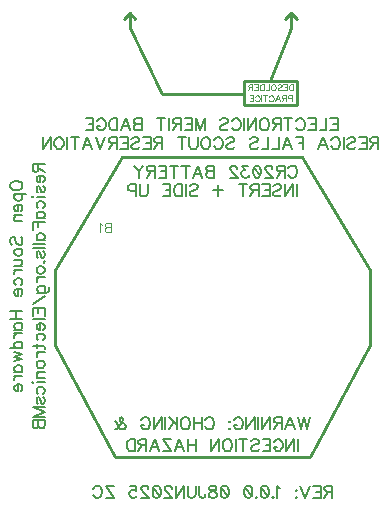
<source format=gbr>
%TF.GenerationSoftware,Novarm,DipTrace,4.3.0.5*%
%TF.CreationDate,2025-06-08T20:07:48-05:00*%
%FSLAX26Y26*%
%MOIN*%
%TF.FileFunction,Legend,Bot*%
%TF.Part,Single*%
%ADD10C,0.009843*%
%ADD44C,0.004632*%
%ADD48C,0.006176*%
%ADD49C,0.003088*%
G75*
G01*
%LPD*%
X1631251Y1931249D2*
D10*
X1856251Y1556249D1*
X1031251Y1931249D2*
X806251Y1556249D1*
X1631251Y1931249D2*
X1031251D1*
X806251Y1306249D2*
X1006251Y931249D1*
X1656251D2*
X1856251Y1306249D1*
Y1556249D2*
Y1306249D1*
X1656251Y931249D2*
X1006251D1*
X806251Y1306249D2*
Y1556249D1*
X1593750Y2362498D2*
X1525001Y2187498D1*
X1437501Y2143749D2*
X1162501D1*
X1056250Y2412499D2*
Y2362498D1*
X1437501Y2187498D2*
X1612501D1*
Y2106249D1*
X1437501D1*
Y2187498D1*
X1593750Y2412499D2*
Y2362498D1*
Y2412499D2*
X1575001Y2393749D1*
X1593750Y2412499D2*
X1612501Y2393749D1*
X1056250Y2412499D2*
X1037501Y2393749D1*
X1056250Y2412499D2*
X1075001Y2393749D1*
X1162501Y2143749D2*
X1056251Y2362498D1*
X1723904Y2061432D2*
D48*
X1748753D1*
Y2021240D1*
X1723904D1*
X1748753Y2042287D2*
X1733454D1*
X1711552Y2061432D2*
Y2021240D1*
X1688604D1*
X1651404Y2061432D2*
X1676253D1*
Y2021240D1*
X1651404D1*
X1676253Y2042287D2*
X1660954D1*
X1610356Y2051882D2*
X1612258Y2055684D1*
X1616105Y2059531D1*
X1619907Y2061432D1*
X1627556D1*
X1631403Y2059531D1*
X1635206Y2055684D1*
X1637151Y2051882D1*
X1639052Y2046134D1*
Y2036539D1*
X1637151Y2030835D1*
X1635206Y2026988D1*
X1631403Y2023186D1*
X1627556Y2021240D1*
X1619907D1*
X1616105Y2023186D1*
X1612258Y2026988D1*
X1610356Y2030835D1*
X1584608Y2061432D2*
Y2021240D1*
X1598005Y2061432D2*
X1571210D1*
X1558859Y2042287D2*
X1541659D1*
X1535911Y2044232D1*
X1533966Y2046134D1*
X1532064Y2049936D1*
Y2053783D1*
X1533966Y2057586D1*
X1535911Y2059531D1*
X1541659Y2061432D1*
X1558859D1*
Y2021240D1*
X1545462Y2042287D2*
X1532064Y2021240D1*
X1508217Y2061432D2*
X1512064Y2059531D1*
X1515866Y2055684D1*
X1517812Y2051882D1*
X1519713Y2046134D1*
Y2036539D1*
X1517812Y2030835D1*
X1515866Y2026988D1*
X1512064Y2023186D1*
X1508217Y2021240D1*
X1500568D1*
X1496765Y2023186D1*
X1492918Y2026988D1*
X1491017Y2030835D1*
X1489116Y2036539D1*
Y2046134D1*
X1491017Y2051882D1*
X1492918Y2055684D1*
X1496765Y2059531D1*
X1500568Y2061432D1*
X1508217D1*
X1449970D2*
Y2021240D1*
X1476764Y2061432D1*
Y2021240D1*
X1437618Y2061432D2*
Y2021240D1*
X1396571Y2051882D2*
X1398472Y2055684D1*
X1402319Y2059531D1*
X1406122Y2061432D1*
X1413771D1*
X1417618Y2059531D1*
X1421420Y2055684D1*
X1423366Y2051882D1*
X1425267Y2046134D1*
Y2036539D1*
X1423366Y2030835D1*
X1421420Y2026988D1*
X1417618Y2023186D1*
X1413771Y2021240D1*
X1406122D1*
X1402319Y2023186D1*
X1398472Y2026988D1*
X1396571Y2030835D1*
X1357425Y2055684D2*
X1361227Y2059531D1*
X1366975Y2061432D1*
X1374625D1*
X1380373Y2059531D1*
X1384220Y2055684D1*
Y2051882D1*
X1382274Y2048035D1*
X1380373Y2046134D1*
X1376570Y2044232D1*
X1365074Y2040386D1*
X1361227Y2038484D1*
X1359326Y2036539D1*
X1357425Y2032736D1*
Y2026988D1*
X1361227Y2023186D1*
X1366975Y2021240D1*
X1374625D1*
X1380373Y2023186D1*
X1384220Y2026988D1*
X1275595Y2021240D2*
Y2061432D1*
X1290894Y2021240D1*
X1306193Y2061432D1*
Y2021240D1*
X1238395Y2061432D2*
X1263244D1*
Y2021240D1*
X1238395D1*
X1263244Y2042287D2*
X1247945D1*
X1226044D2*
X1208844D1*
X1203096Y2044232D1*
X1201150Y2046134D1*
X1199249Y2049936D1*
Y2053783D1*
X1201150Y2057586D1*
X1203096Y2059531D1*
X1208844Y2061432D1*
X1226044D1*
Y2021240D1*
X1212646Y2042287D2*
X1199249Y2021240D1*
X1186897Y2061432D2*
Y2021240D1*
X1161149Y2061432D2*
Y2021240D1*
X1174546Y2061432D2*
X1147751D1*
X1096519D2*
Y2021240D1*
X1079275D1*
X1073527Y2023186D1*
X1071626Y2025087D1*
X1069725Y2028890D1*
Y2034638D1*
X1071626Y2038484D1*
X1073527Y2040386D1*
X1079275Y2042287D1*
X1073527Y2044232D1*
X1071626Y2046134D1*
X1069725Y2049936D1*
Y2053783D1*
X1071626Y2057586D1*
X1073527Y2059531D1*
X1079275Y2061432D1*
X1096519D1*
Y2042287D2*
X1079275D1*
X1026732Y2021240D2*
X1042075Y2061432D1*
X1057373Y2021240D1*
X1051625Y2034638D2*
X1032480D1*
X1014380Y2061432D2*
Y2021240D1*
X1000983D1*
X995235Y2023186D1*
X991388Y2026988D1*
X989487Y2030835D1*
X987586Y2036539D1*
Y2046134D1*
X989487Y2051882D1*
X991388Y2055684D1*
X995235Y2059531D1*
X1000983Y2061432D1*
X1014380D1*
X946538Y2051882D2*
X948440Y2055684D1*
X952286Y2059531D1*
X956089Y2061432D1*
X963738D1*
X967585Y2059531D1*
X971387Y2055684D1*
X973333Y2051882D1*
X975234Y2046134D1*
Y2036539D1*
X973333Y2030835D1*
X971387Y2026988D1*
X967585Y2023186D1*
X963738Y2021240D1*
X956089D1*
X952286Y2023186D1*
X948440Y2026988D1*
X946538Y2030835D1*
Y2036539D1*
X956089D1*
X909338Y2061432D2*
X934187D1*
Y2021240D1*
X909338D1*
X934187Y2042287D2*
X918888D1*
X1884553Y1979787D2*
X1867353D1*
X1861605Y1981732D1*
X1859660Y1983634D1*
X1857758Y1987436D1*
Y1991283D1*
X1859660Y1995086D1*
X1861605Y1997031D1*
X1867353Y1998932D1*
X1884553D1*
Y1958740D1*
X1871156Y1979787D2*
X1857758Y1958740D1*
X1820558Y1998932D2*
X1845407D1*
Y1958740D1*
X1820558D1*
X1845407Y1979787D2*
X1830108D1*
X1781412Y1993184D2*
X1785214Y1997031D1*
X1790962Y1998932D1*
X1798612D1*
X1804360Y1997031D1*
X1808206Y1993184D1*
Y1989382D1*
X1806261Y1985535D1*
X1804360Y1983634D1*
X1800557Y1981732D1*
X1789061Y1977886D1*
X1785214Y1975984D1*
X1783313Y1974039D1*
X1781412Y1970236D1*
Y1964488D1*
X1785214Y1960686D1*
X1790962Y1958740D1*
X1798612D1*
X1804360Y1960686D1*
X1808206Y1964488D1*
X1769060Y1998932D2*
Y1958740D1*
X1728013Y1989382D2*
X1729914Y1993184D1*
X1733761Y1997031D1*
X1737563Y1998932D1*
X1745213D1*
X1749060Y1997031D1*
X1752862Y1993184D1*
X1754808Y1989382D1*
X1756709Y1983634D1*
Y1974039D1*
X1754808Y1968335D1*
X1752862Y1964488D1*
X1749060Y1960686D1*
X1745213Y1958740D1*
X1737563D1*
X1733761Y1960686D1*
X1729914Y1964488D1*
X1728013Y1968335D1*
X1685020Y1958740D2*
X1700363Y1998932D1*
X1715662Y1958740D1*
X1709913Y1972138D2*
X1690768D1*
X1608895Y1998932D2*
X1633788D1*
Y1958740D1*
Y1979787D2*
X1618489D1*
X1565902Y1958740D2*
X1581245Y1998932D1*
X1596543Y1958740D1*
X1590795Y1972138D2*
X1571650D1*
X1553550Y1998932D2*
Y1958740D1*
X1530602D1*
X1518251Y1998932D2*
Y1958740D1*
X1495303D1*
X1456157Y1993184D2*
X1459960Y1997031D1*
X1465708Y1998932D1*
X1473357D1*
X1479105Y1997031D1*
X1482952Y1993184D1*
Y1989382D1*
X1481006Y1985535D1*
X1479105Y1983634D1*
X1475302Y1981732D1*
X1463806Y1977886D1*
X1459960Y1975984D1*
X1458058Y1974039D1*
X1456157Y1970236D1*
Y1964488D1*
X1459960Y1960686D1*
X1465708Y1958740D1*
X1473357D1*
X1479105Y1960686D1*
X1482952Y1964488D1*
X1378130Y1993184D2*
X1381933Y1997031D1*
X1387681Y1998932D1*
X1395330D1*
X1401078Y1997031D1*
X1404925Y1993184D1*
Y1989382D1*
X1402979Y1985535D1*
X1401078Y1983634D1*
X1397276Y1981732D1*
X1385779Y1977886D1*
X1381933Y1975984D1*
X1380031Y1974039D1*
X1378130Y1970236D1*
Y1964488D1*
X1381933Y1960686D1*
X1387681Y1958740D1*
X1395330D1*
X1401078Y1960686D1*
X1404925Y1964488D1*
X1337083Y1989382D2*
X1338984Y1993184D1*
X1342831Y1997031D1*
X1346633Y1998932D1*
X1354283D1*
X1358129Y1997031D1*
X1361932Y1993184D1*
X1363878Y1989382D1*
X1365779Y1983634D1*
Y1974039D1*
X1363878Y1968335D1*
X1361932Y1964488D1*
X1358129Y1960686D1*
X1354283Y1958740D1*
X1346633D1*
X1342831Y1960686D1*
X1338984Y1964488D1*
X1337083Y1968335D1*
X1313235Y1998932D2*
X1317082Y1997031D1*
X1320885Y1993184D1*
X1322830Y1989382D1*
X1324731Y1983634D1*
Y1974039D1*
X1322830Y1968335D1*
X1320885Y1964488D1*
X1317082Y1960686D1*
X1313235Y1958740D1*
X1305586D1*
X1301784Y1960686D1*
X1297937Y1964488D1*
X1296035Y1968335D1*
X1294134Y1974039D1*
Y1983634D1*
X1296035Y1989382D1*
X1297937Y1993184D1*
X1301784Y1997031D1*
X1305586Y1998932D1*
X1313235D1*
X1281783D2*
Y1970236D1*
X1279882Y1964488D1*
X1276035Y1960686D1*
X1270287Y1958740D1*
X1266484D1*
X1260736Y1960686D1*
X1256889Y1964488D1*
X1254988Y1970236D1*
Y1998932D1*
X1229239D2*
Y1958740D1*
X1242637Y1998932D2*
X1215842D1*
X1164610Y1979787D2*
X1147410D1*
X1141662Y1981732D1*
X1139717Y1983634D1*
X1137815Y1987436D1*
Y1991283D1*
X1139717Y1995086D1*
X1141662Y1997031D1*
X1147410Y1998932D1*
X1164610D1*
Y1958740D1*
X1151213Y1979787D2*
X1137815Y1958740D1*
X1100615Y1998932D2*
X1125464D1*
Y1958740D1*
X1100615D1*
X1125464Y1979787D2*
X1110165D1*
X1061469Y1993184D2*
X1065271Y1997031D1*
X1071019Y1998932D1*
X1078668D1*
X1084417Y1997031D1*
X1088263Y1993184D1*
Y1989382D1*
X1086318Y1985535D1*
X1084417Y1983634D1*
X1080614Y1981732D1*
X1069118Y1977886D1*
X1065271Y1975984D1*
X1063370Y1974039D1*
X1061469Y1970236D1*
Y1964488D1*
X1065271Y1960686D1*
X1071019Y1958740D1*
X1078668D1*
X1084417Y1960686D1*
X1088263Y1964488D1*
X1024268Y1998932D2*
X1049117D1*
Y1958740D1*
X1024268D1*
X1049117Y1979787D2*
X1033819D1*
X1011917D2*
X994717D1*
X988969Y1981732D1*
X987023Y1983634D1*
X985122Y1987436D1*
Y1991283D1*
X987023Y1995086D1*
X988969Y1997031D1*
X994717Y1998932D1*
X1011917D1*
Y1958740D1*
X998519Y1979787D2*
X985122Y1958740D1*
X972771Y1998932D2*
X957472Y1958740D1*
X942173Y1998932D1*
X899181Y1958740D2*
X914523Y1998932D1*
X929822Y1958740D1*
X924074Y1972138D2*
X904929D1*
X873432Y1998932D2*
Y1958740D1*
X886829Y1998932D2*
X860034D1*
X847683D2*
Y1958740D1*
X823836Y1998932D2*
X827682Y1997031D1*
X831485Y1993184D1*
X833430Y1989382D1*
X835332Y1983634D1*
Y1974039D1*
X833430Y1968335D1*
X831485Y1964488D1*
X827682Y1960686D1*
X823836Y1958740D1*
X816186D1*
X812384Y1960686D1*
X808537Y1964488D1*
X806636Y1968335D1*
X804734Y1974039D1*
Y1983634D1*
X806636Y1989382D1*
X808537Y1993184D1*
X812384Y1997031D1*
X816186Y1998932D1*
X823836D1*
X765588D2*
Y1958740D1*
X792383Y1998932D1*
Y1958740D1*
X1731572Y817285D2*
X1714372D1*
X1708624Y819230D1*
X1706678Y821132D1*
X1704777Y824934D1*
Y828781D1*
X1706678Y832584D1*
X1708624Y834529D1*
X1714372Y836430D1*
X1731572D1*
Y796238D1*
X1718175Y817285D2*
X1704777Y796238D1*
X1667577Y836430D2*
X1692426D1*
Y796238D1*
X1667577D1*
X1692426Y817285D2*
X1677127D1*
X1655225Y836430D2*
X1639927Y796238D1*
X1624628Y836430D1*
X1610331Y823033D2*
X1612277Y821087D1*
X1610331Y819186D1*
X1608430Y821087D1*
X1610331Y823033D1*
Y800085D2*
X1612277Y798140D1*
X1610331Y796238D1*
X1608430Y798140D1*
X1610331Y800085D1*
X1557198Y828737D2*
X1553351Y830682D1*
X1547603Y836386D1*
Y796238D1*
X1533350Y800085D2*
X1535251Y798140D1*
X1533350Y796238D1*
X1531405Y798140D1*
X1533350Y800085D1*
X1507557Y836386D2*
X1513305Y834485D1*
X1517152Y828737D1*
X1519053Y819186D1*
Y813438D1*
X1517152Y803888D1*
X1513305Y798140D1*
X1507557Y796238D1*
X1503755D1*
X1498007Y798140D1*
X1494204Y803888D1*
X1492259Y813438D1*
Y819186D1*
X1494204Y828737D1*
X1498007Y834485D1*
X1503755Y836386D1*
X1507557D1*
X1494204Y828737D2*
X1517152Y803888D1*
X1478006Y800085D2*
X1479907Y798140D1*
X1478006Y796238D1*
X1476060Y798140D1*
X1478006Y800085D1*
X1452213Y836386D2*
X1457961Y834485D1*
X1461808Y828737D1*
X1463709Y819186D1*
Y813438D1*
X1461808Y803888D1*
X1457961Y798140D1*
X1452213Y796238D1*
X1448410D1*
X1442662Y798140D1*
X1438860Y803888D1*
X1436914Y813438D1*
Y819186D1*
X1438860Y828737D1*
X1442662Y834485D1*
X1448410Y836386D1*
X1452213D1*
X1438860Y828737D2*
X1461808Y803888D1*
X1374186Y836386D2*
X1379934Y834485D1*
X1383781Y828737D1*
X1385682Y819186D1*
Y813438D1*
X1383781Y803888D1*
X1379934Y798140D1*
X1374186Y796238D1*
X1370384D1*
X1364636Y798140D1*
X1360833Y803888D1*
X1358888Y813438D1*
Y819186D1*
X1360833Y828737D1*
X1364636Y834485D1*
X1370384Y836386D1*
X1374186D1*
X1360833Y828737D2*
X1383781Y803888D1*
X1336986Y836386D2*
X1342689Y834485D1*
X1344635Y830682D1*
Y826836D1*
X1342689Y823033D1*
X1338887Y821087D1*
X1331238Y819186D1*
X1325490Y817285D1*
X1321687Y813438D1*
X1319786Y809636D1*
Y803888D1*
X1321687Y800085D1*
X1323588Y798140D1*
X1329336Y796238D1*
X1336986D1*
X1342689Y798140D1*
X1344635Y800085D1*
X1346536Y803888D1*
Y809636D1*
X1344635Y813438D1*
X1340788Y817285D1*
X1335084Y819186D1*
X1327435Y821087D1*
X1323588Y823033D1*
X1321687Y826836D1*
Y830682D1*
X1323588Y834485D1*
X1329336Y836386D1*
X1336986D1*
X1288289Y836430D2*
Y805833D1*
X1290190Y800085D1*
X1292136Y798184D1*
X1295938Y796238D1*
X1299785D1*
X1303588Y798184D1*
X1305489Y800085D1*
X1307434Y805833D1*
Y809636D1*
X1275938Y836430D2*
Y807734D1*
X1274036Y801986D1*
X1270190Y798184D1*
X1264441Y796238D1*
X1260639D1*
X1254891Y798184D1*
X1251044Y801986D1*
X1249143Y807734D1*
Y836430D1*
X1209997D2*
Y796238D1*
X1236791Y836430D1*
Y796238D1*
X1195700Y826836D2*
Y828737D1*
X1193799Y832584D1*
X1191897Y834485D1*
X1188051Y836386D1*
X1180401D1*
X1176599Y834485D1*
X1174698Y832584D1*
X1172752Y828737D1*
Y824934D1*
X1174698Y821087D1*
X1178500Y815384D1*
X1197645Y796238D1*
X1170851D1*
X1147003Y836386D2*
X1152751Y834485D1*
X1156598Y828737D1*
X1158499Y819186D1*
Y813438D1*
X1156598Y803888D1*
X1152751Y798140D1*
X1147003Y796238D1*
X1143201D1*
X1137453Y798140D1*
X1133650Y803888D1*
X1131705Y813438D1*
Y819186D1*
X1133650Y828737D1*
X1137453Y834485D1*
X1143201Y836386D1*
X1147003D1*
X1133650Y828737D2*
X1156598Y803888D1*
X1117408Y826836D2*
Y828737D1*
X1115507Y832584D1*
X1113605Y834485D1*
X1109758Y836386D1*
X1102109D1*
X1098307Y834485D1*
X1096405Y832584D1*
X1094460Y828737D1*
Y824934D1*
X1096405Y821087D1*
X1100208Y815384D1*
X1119353Y796238D1*
X1092559D1*
X1057259Y836386D2*
X1076360D1*
X1078262Y819186D1*
X1076360Y821087D1*
X1070612Y823033D1*
X1064909D1*
X1059161Y821087D1*
X1055314Y817285D1*
X1053413Y811537D1*
Y807734D1*
X1055314Y801986D1*
X1059161Y798140D1*
X1064909Y796238D1*
X1070612D1*
X1076360Y798140D1*
X1078262Y800085D1*
X1080207Y803888D1*
X1002180Y836430D2*
X975386D1*
X1002180Y796238D1*
X975386D1*
X934338Y826880D2*
X936240Y830682D1*
X940086Y834529D1*
X943889Y836430D1*
X951538D1*
X955385Y834529D1*
X959188Y830682D1*
X961133Y826880D1*
X963034Y821132D1*
Y811537D1*
X961133Y805833D1*
X959188Y801986D1*
X955385Y798184D1*
X951538Y796238D1*
X943889D1*
X940086Y798184D1*
X936240Y801986D1*
X934338Y805833D1*
X1599985Y2174468D2*
D49*
Y2154372D1*
X1593287D1*
X1590413Y2155344D1*
X1588489Y2157246D1*
X1587539Y2159169D1*
X1586588Y2162021D1*
Y2166818D1*
X1587539Y2169692D1*
X1588489Y2171594D1*
X1590413Y2173517D1*
X1593287Y2174468D1*
X1599985D1*
X1567988D2*
X1580412D1*
Y2154372D1*
X1567988D1*
X1580412Y2164895D2*
X1572763D1*
X1548415Y2171594D2*
X1550316Y2173517D1*
X1553190Y2174468D1*
X1557015D1*
X1559889Y2173517D1*
X1561812Y2171594D1*
Y2169692D1*
X1560839Y2167769D1*
X1559889Y2166818D1*
X1557987Y2165868D1*
X1552239Y2163944D1*
X1550316Y2162994D1*
X1549365Y2162021D1*
X1548415Y2160120D1*
Y2157246D1*
X1550316Y2155344D1*
X1553190Y2154372D1*
X1557015D1*
X1559889Y2155344D1*
X1561812Y2157246D1*
X1536491Y2174468D2*
X1538414Y2173517D1*
X1540316Y2171594D1*
X1541288Y2169692D1*
X1542239Y2166818D1*
Y2162021D1*
X1541288Y2159169D1*
X1540316Y2157246D1*
X1538414Y2155344D1*
X1536491Y2154372D1*
X1532666D1*
X1530765Y2155344D1*
X1528842Y2157246D1*
X1527891Y2159169D1*
X1526940Y2162021D1*
Y2166818D1*
X1527891Y2169692D1*
X1528842Y2171594D1*
X1530765Y2173517D1*
X1532666Y2174468D1*
X1536491D1*
X1520765D2*
Y2154372D1*
X1509291D1*
X1503115Y2174468D2*
Y2154372D1*
X1496416D1*
X1493542Y2155344D1*
X1491619Y2157246D1*
X1490668Y2159169D1*
X1489718Y2162021D1*
Y2166818D1*
X1490668Y2169692D1*
X1491619Y2171594D1*
X1493542Y2173517D1*
X1496416Y2174468D1*
X1503115D1*
X1471117D2*
X1483542D1*
Y2154372D1*
X1471117D1*
X1483542Y2164895D2*
X1475893D1*
X1464942D2*
X1456342D1*
X1453468Y2165868D1*
X1452495Y2166818D1*
X1451544Y2168720D1*
Y2170643D1*
X1452495Y2172544D1*
X1453468Y2173517D1*
X1456342Y2174468D1*
X1464942D1*
Y2154372D1*
X1458243Y2164895D2*
X1451544Y2154372D1*
X1595697Y2127532D2*
X1587074D1*
X1584223Y2128483D1*
X1583250Y2129455D1*
X1582299Y2131357D1*
Y2134231D1*
X1583250Y2136132D1*
X1584223Y2137105D1*
X1587074Y2138055D1*
X1595697D1*
Y2117959D1*
X1576123Y2128483D2*
X1567524D1*
X1564650Y2129455D1*
X1563677Y2130406D1*
X1562726Y2132307D1*
Y2134231D1*
X1563677Y2136132D1*
X1564650Y2137105D1*
X1567524Y2138055D1*
X1576123D1*
Y2117959D1*
X1569425Y2128483D2*
X1562726Y2117959D1*
X1541230D2*
X1548901Y2138055D1*
X1556550Y2117959D1*
X1553676Y2124658D2*
X1544104D1*
X1520706Y2133280D2*
X1521657Y2135181D1*
X1523580Y2137105D1*
X1525481Y2138055D1*
X1529306D1*
X1531229Y2137105D1*
X1533131Y2135181D1*
X1534103Y2133280D1*
X1535054Y2130406D1*
Y2125609D1*
X1534103Y2122757D1*
X1533131Y2120833D1*
X1531229Y2118932D1*
X1529306Y2117959D1*
X1525481D1*
X1523580Y2118932D1*
X1521657Y2120833D1*
X1520706Y2122757D1*
X1507832Y2138055D2*
Y2117959D1*
X1514530Y2138055D2*
X1501133D1*
X1494957D2*
Y2117959D1*
X1474434Y2133280D2*
X1475384Y2135181D1*
X1477308Y2137105D1*
X1479209Y2138055D1*
X1483034D1*
X1484957Y2137105D1*
X1486858Y2135181D1*
X1487831Y2133280D1*
X1488782Y2130406D1*
Y2125609D1*
X1487831Y2122757D1*
X1486858Y2120833D1*
X1484957Y2118932D1*
X1483034Y2117959D1*
X1479209D1*
X1477308Y2118932D1*
X1475384Y2120833D1*
X1474434Y2122757D1*
X1455833Y2138055D2*
X1468258D1*
Y2117959D1*
X1455833D1*
X1468258Y2128483D2*
X1460609D1*
X751464Y1909862D2*
D48*
Y1892663D1*
X749518Y1886915D1*
X747617Y1884969D1*
X743814Y1883068D1*
X739967D1*
X736165Y1884969D1*
X734219Y1886915D1*
X732318Y1892663D1*
Y1909862D1*
X772510D1*
X751464Y1896465D2*
X772510Y1883068D1*
X757212Y1870716D2*
Y1847769D1*
X753365D1*
X749518Y1849670D1*
X747617Y1851571D1*
X745715Y1855418D1*
Y1861166D1*
X747617Y1864968D1*
X751464Y1868815D1*
X757212Y1870716D1*
X761014D1*
X766762Y1868815D1*
X770565Y1864968D1*
X772510Y1861166D1*
Y1855418D1*
X770565Y1851571D1*
X766762Y1847769D1*
X751464Y1814370D2*
X747617Y1816272D1*
X745715Y1822020D1*
Y1827768D1*
X747617Y1833516D1*
X751464Y1835417D1*
X755266Y1833516D1*
X757212Y1829669D1*
X759113Y1820119D1*
X761014Y1816272D1*
X764861Y1814370D1*
X766762D1*
X770565Y1816272D1*
X772510Y1822020D1*
Y1827768D1*
X770565Y1833516D1*
X766762Y1835417D1*
X732318Y1802019D2*
X734219Y1800118D1*
X732318Y1798172D1*
X730373Y1800118D1*
X732318Y1802019D1*
X745715Y1800118D2*
X772510D1*
X751464Y1762829D2*
X747617Y1766676D1*
X745715Y1770522D1*
Y1776226D1*
X747617Y1780073D1*
X751464Y1783875D1*
X757212Y1785821D1*
X761014D1*
X766762Y1783875D1*
X770565Y1780073D1*
X772510Y1776226D1*
Y1770522D1*
X770565Y1766676D1*
X766762Y1762829D1*
X745715Y1727529D2*
X772510D1*
X751464D2*
X747617Y1731332D1*
X745715Y1735179D1*
Y1740883D1*
X747617Y1744729D1*
X751464Y1748532D1*
X757212Y1750477D1*
X761014D1*
X766762Y1748532D1*
X770565Y1744729D1*
X772510Y1740883D1*
Y1735179D1*
X770565Y1731332D1*
X766762Y1727529D1*
X732318Y1690285D2*
Y1715178D1*
X772510D1*
X751464D2*
Y1699879D1*
X745715Y1654985D2*
X772510D1*
X751464D2*
X747617Y1658788D1*
X745715Y1662635D1*
Y1668339D1*
X747617Y1672185D1*
X751464Y1675988D1*
X757212Y1677933D1*
X761014D1*
X766762Y1675988D1*
X770565Y1672185D1*
X772510Y1668339D1*
Y1662635D1*
X770565Y1658788D1*
X766762Y1654985D1*
X732318Y1642634D2*
X772510D1*
X732318Y1630283D2*
X772510D1*
X751464Y1596885D2*
X747617Y1598786D1*
X745715Y1604534D1*
Y1610282D1*
X747617Y1616030D1*
X751464Y1617931D1*
X755266Y1616030D1*
X757212Y1612183D1*
X759113Y1602633D1*
X761014Y1598786D1*
X764861Y1596885D1*
X766762D1*
X770565Y1598786D1*
X772510Y1604534D1*
Y1610282D1*
X770565Y1616030D1*
X766762Y1617931D1*
X768663Y1582632D2*
X770609Y1584533D1*
X772510Y1582632D1*
X770609Y1580686D1*
X768663Y1582632D1*
X745715Y1558784D2*
X747617Y1562587D1*
X751464Y1566434D1*
X757212Y1568335D1*
X761014D1*
X766762Y1566434D1*
X770565Y1562587D1*
X772510Y1558784D1*
Y1553036D1*
X770565Y1549190D1*
X766762Y1545387D1*
X761014Y1543442D1*
X757212D1*
X751464Y1545387D1*
X747617Y1549190D1*
X745715Y1553036D1*
Y1558784D1*
Y1531090D2*
X772510D1*
X757212D2*
X751464Y1529145D1*
X747617Y1525342D1*
X745715Y1521495D1*
Y1515747D1*
X747617Y1480448D2*
X778258D1*
X783962Y1482349D1*
X785907Y1484251D1*
X787809Y1488097D1*
Y1493845D1*
X785907Y1497648D1*
X753365Y1480448D2*
X749562Y1484251D1*
X747617Y1488097D1*
Y1493845D1*
X749562Y1497648D1*
X753365Y1501495D1*
X759113Y1503396D1*
X762960D1*
X768663Y1501495D1*
X772510Y1497648D1*
X774411Y1493845D1*
Y1488097D1*
X772510Y1484251D1*
X768663Y1480448D1*
X772510Y1468097D2*
X732362Y1441302D1*
X732318Y1404101D2*
Y1428951D1*
X772510D1*
Y1404101D1*
X751464Y1428951D2*
Y1413652D1*
X732318Y1391750D2*
X772510D1*
X757212Y1379399D2*
Y1356451D1*
X753365D1*
X749518Y1358352D1*
X747617Y1360253D1*
X745715Y1364100D1*
Y1369848D1*
X747617Y1373651D1*
X751464Y1377497D1*
X757212Y1379399D1*
X761014D1*
X766762Y1377497D1*
X770565Y1373651D1*
X772510Y1369848D1*
Y1364100D1*
X770565Y1360253D1*
X766762Y1356451D1*
X751464Y1321107D2*
X747617Y1324954D1*
X745715Y1328801D1*
Y1334505D1*
X747617Y1338351D1*
X751464Y1342154D1*
X757212Y1344099D1*
X761014D1*
X766762Y1342154D1*
X770565Y1338351D1*
X772510Y1334505D1*
Y1328801D1*
X770565Y1324954D1*
X766762Y1321107D1*
X732318Y1303008D2*
X764861D1*
X770565Y1301106D1*
X772510Y1297260D1*
Y1293457D1*
X745715Y1308756D2*
Y1295358D1*
Y1281106D2*
X772510D1*
X757212D2*
X751464Y1279160D1*
X747617Y1275358D1*
X745715Y1271511D1*
Y1265763D1*
Y1243861D2*
X747617Y1247664D1*
X751464Y1251510D1*
X757212Y1253412D1*
X761014D1*
X766762Y1251510D1*
X770565Y1247664D1*
X772510Y1243861D1*
Y1238113D1*
X770565Y1234266D1*
X766762Y1230464D1*
X761014Y1228518D1*
X757212D1*
X751464Y1230464D1*
X747617Y1234266D1*
X745715Y1238113D1*
Y1243861D1*
Y1216167D2*
X772510D1*
X753365D2*
X747617Y1210419D1*
X745715Y1206572D1*
Y1200868D1*
X747617Y1197021D1*
X753365Y1195120D1*
X772510D1*
X732318Y1182769D2*
X734219Y1180867D1*
X732318Y1178922D1*
X730373Y1180867D1*
X732318Y1182769D1*
X745715Y1180867D2*
X772510D1*
X751464Y1143578D2*
X747617Y1147425D1*
X745715Y1151272D1*
Y1156976D1*
X747617Y1160823D1*
X751464Y1164625D1*
X757212Y1166571D1*
X761014D1*
X766762Y1164625D1*
X770565Y1160823D1*
X772510Y1156976D1*
Y1151272D1*
X770565Y1147425D1*
X766762Y1143578D1*
X751464Y1110180D2*
X747617Y1112082D1*
X745715Y1117830D1*
Y1123578D1*
X747617Y1129326D1*
X751464Y1131227D1*
X755266Y1129326D1*
X757212Y1125479D1*
X759113Y1115928D1*
X761014Y1112082D1*
X764861Y1110180D1*
X766762D1*
X770565Y1112082D1*
X772510Y1117830D1*
Y1123578D1*
X770565Y1129326D1*
X766762Y1131227D1*
X772510Y1067232D2*
X732318D1*
X772510Y1082530D1*
X732318Y1097829D1*
X772510D1*
X732318Y1054880D2*
X772510D1*
Y1037636D1*
X770565Y1031888D1*
X768663Y1029987D1*
X764861Y1028086D1*
X759113D1*
X755266Y1029987D1*
X753365Y1031888D1*
X751464Y1037636D1*
X749518Y1031888D1*
X747617Y1029987D1*
X743814Y1028086D1*
X739967D1*
X736165Y1029987D1*
X734219Y1031888D1*
X732318Y1037636D1*
Y1054880D1*
X751464D2*
Y1037636D1*
X657318Y1840796D2*
X659219Y1844642D1*
X663066Y1848445D1*
X666869Y1850390D1*
X672617Y1852292D1*
X682212D1*
X687915Y1850390D1*
X691762Y1848445D1*
X695565Y1844642D1*
X697510Y1840796D1*
Y1833146D1*
X695565Y1829344D1*
X691762Y1825497D1*
X687915Y1823596D1*
X682212Y1821694D1*
X672617D1*
X666869Y1823596D1*
X663066Y1825497D1*
X659219Y1829344D1*
X657318Y1833146D1*
Y1840796D1*
X670715Y1809343D2*
X710907D1*
X676464D2*
X672661Y1805496D1*
X670715Y1801694D1*
Y1795946D1*
X672661Y1792099D1*
X676464Y1788296D1*
X682212Y1786351D1*
X686058D1*
X691762Y1788296D1*
X695609Y1792099D1*
X697510Y1795946D1*
Y1801694D1*
X695609Y1805496D1*
X691762Y1809343D1*
X682212Y1774000D2*
Y1751052D1*
X678365D1*
X674518Y1752953D1*
X672617Y1754854D1*
X670715Y1758701D1*
Y1764449D1*
X672617Y1768252D1*
X676464Y1772098D1*
X682212Y1774000D1*
X686014D1*
X691762Y1772098D1*
X695565Y1768252D1*
X697510Y1764449D1*
Y1758701D1*
X695565Y1754854D1*
X691762Y1751052D1*
X670715Y1738700D2*
X697510D1*
X678365D2*
X672617Y1732952D1*
X670715Y1729105D1*
Y1723402D1*
X672617Y1719555D1*
X678365Y1717654D1*
X697510D1*
X663066Y1639627D2*
X659219Y1643429D1*
X657318Y1649177D1*
Y1656827D1*
X659219Y1662575D1*
X663066Y1666421D1*
X666869D1*
X670715Y1664476D1*
X672617Y1662575D1*
X674518Y1658772D1*
X678365Y1647276D1*
X680266Y1643429D1*
X682212Y1641528D1*
X686014Y1639627D1*
X691762D1*
X695565Y1643429D1*
X697510Y1649177D1*
Y1656827D1*
X695565Y1662575D1*
X691762Y1666421D1*
X670715Y1617725D2*
X672617Y1621527D1*
X676464Y1625374D1*
X682212Y1627275D1*
X686014D1*
X691762Y1625374D1*
X695565Y1621527D1*
X697510Y1617725D1*
Y1611977D1*
X695565Y1608130D1*
X691762Y1604327D1*
X686014Y1602382D1*
X682212D1*
X676464Y1604327D1*
X672617Y1608130D1*
X670715Y1611977D1*
Y1617725D1*
Y1590031D2*
X689861D1*
X695565Y1588129D1*
X697510Y1584283D1*
Y1578534D1*
X695565Y1574732D1*
X689861Y1568984D1*
X670715D2*
X697510D1*
X670715Y1556633D2*
X697510D1*
X682212D2*
X676464Y1554687D1*
X672617Y1550884D1*
X670715Y1547038D1*
Y1541290D1*
X676464Y1505946D2*
X672617Y1509793D1*
X670715Y1513640D1*
Y1519344D1*
X672617Y1523190D1*
X676464Y1526993D1*
X682212Y1528938D1*
X686014D1*
X691762Y1526993D1*
X695565Y1523190D1*
X697510Y1519344D1*
Y1513640D1*
X695565Y1509793D1*
X691762Y1505946D1*
X682212Y1493595D2*
Y1470647D1*
X678365D1*
X674518Y1472548D1*
X672617Y1474449D1*
X670715Y1478296D1*
Y1484044D1*
X672617Y1487847D1*
X676464Y1491694D1*
X682212Y1493595D1*
X686014D1*
X691762Y1491694D1*
X695565Y1487847D1*
X697510Y1484044D1*
Y1478296D1*
X695565Y1474449D1*
X691762Y1470647D1*
X657318Y1419415D2*
X697510D1*
X657318Y1392620D2*
X697510D1*
X676464Y1419415D2*
Y1392620D1*
X670715Y1357321D2*
X697510D1*
X676464D2*
X672617Y1361123D1*
X670715Y1364970D1*
Y1370674D1*
X672617Y1374521D1*
X676464Y1378323D1*
X682212Y1380269D1*
X686014D1*
X691762Y1378323D1*
X695565Y1374521D1*
X697510Y1370674D1*
Y1364970D1*
X695565Y1361123D1*
X691762Y1357321D1*
X670715Y1344969D2*
X697510D1*
X682212D2*
X676464Y1343024D1*
X672617Y1339221D1*
X670715Y1335375D1*
Y1329627D1*
X657318Y1294327D2*
X697510D1*
X676464D2*
X672617Y1298130D1*
X670715Y1301976D1*
Y1307725D1*
X672617Y1311527D1*
X676464Y1315374D1*
X682212Y1317275D1*
X686014D1*
X691762Y1315374D1*
X695565Y1311527D1*
X697510Y1307725D1*
Y1301976D1*
X695565Y1298130D1*
X691762Y1294327D1*
X670715Y1281976D2*
X697510Y1274326D1*
X670715Y1266677D1*
X697510Y1259028D1*
X670715Y1251379D1*
Y1216079D2*
X697510D1*
X676464D2*
X672617Y1219882D1*
X670715Y1223729D1*
Y1229432D1*
X672617Y1233279D1*
X676464Y1237082D1*
X682212Y1239027D1*
X686014D1*
X691762Y1237082D1*
X695565Y1233279D1*
X697510Y1229432D1*
Y1223729D1*
X695565Y1219882D1*
X691762Y1216079D1*
X670715Y1203728D2*
X697510D1*
X682212D2*
X676464Y1201782D1*
X672617Y1197980D1*
X670715Y1194133D1*
Y1188385D1*
X682212Y1176034D2*
Y1153086D1*
X678365D1*
X674518Y1154987D1*
X672617Y1156888D1*
X670715Y1160735D1*
Y1166483D1*
X672617Y1170286D1*
X676464Y1174132D1*
X682212Y1176034D1*
X686014D1*
X691762Y1174132D1*
X695565Y1170286D1*
X697510Y1166483D1*
Y1160735D1*
X695565Y1156888D1*
X691762Y1153086D1*
X1612931Y1841254D2*
Y1801062D1*
X1573785Y1841254D2*
Y1801062D1*
X1600579Y1841254D1*
Y1801062D1*
X1534638Y1835506D2*
X1538441Y1839353D1*
X1544189Y1841254D1*
X1551838D1*
X1557586Y1839353D1*
X1561433Y1835506D1*
Y1831704D1*
X1559488Y1827857D1*
X1557586Y1825956D1*
X1553784Y1824054D1*
X1542288Y1820208D1*
X1538441Y1818306D1*
X1536540Y1816361D1*
X1534638Y1812558D1*
Y1806810D1*
X1538441Y1803008D1*
X1544189Y1801062D1*
X1551838D1*
X1557586Y1803008D1*
X1561433Y1806810D1*
X1497438Y1841254D2*
X1522287D1*
Y1801062D1*
X1497438D1*
X1522287Y1822109D2*
X1506988D1*
X1485086D2*
X1467887D1*
X1462139Y1824054D1*
X1460193Y1825956D1*
X1458292Y1829758D1*
Y1833605D1*
X1460193Y1837408D1*
X1462139Y1839353D1*
X1467887Y1841254D1*
X1485086D1*
Y1801062D1*
X1471689Y1822109D2*
X1458292Y1801062D1*
X1432543Y1841254D2*
Y1801062D1*
X1445940Y1841254D2*
X1419146D1*
X1350714Y1838358D2*
Y1803914D1*
X1367914Y1821114D2*
X1333470D1*
X1255443Y1835506D2*
X1259245Y1839353D1*
X1264993Y1841254D1*
X1272643D1*
X1278391Y1839353D1*
X1282237Y1835506D1*
Y1831704D1*
X1280292Y1827857D1*
X1278391Y1825956D1*
X1274588Y1824054D1*
X1263092Y1820208D1*
X1259245Y1818306D1*
X1257344Y1816361D1*
X1255443Y1812558D1*
Y1806810D1*
X1259245Y1803008D1*
X1264993Y1801062D1*
X1272643D1*
X1278391Y1803008D1*
X1282237Y1806810D1*
X1243091Y1841254D2*
Y1801062D1*
X1230740Y1841254D2*
Y1801062D1*
X1217343D1*
X1211595Y1803008D1*
X1207748Y1806810D1*
X1205847Y1810657D1*
X1203945Y1816361D1*
Y1825956D1*
X1205847Y1831704D1*
X1207748Y1835506D1*
X1211595Y1839353D1*
X1217343Y1841254D1*
X1230740D1*
X1166745D2*
X1191594D1*
Y1801062D1*
X1166745D1*
X1191594Y1822109D2*
X1176295D1*
X1115513Y1841254D2*
Y1812558D1*
X1113611Y1806810D1*
X1109764Y1803008D1*
X1104016Y1801062D1*
X1100214D1*
X1094466Y1803008D1*
X1090619Y1806810D1*
X1088718Y1812558D1*
Y1841254D1*
X1076366Y1820208D2*
X1059122D1*
X1053419Y1822109D1*
X1051473Y1824054D1*
X1049572Y1827857D1*
Y1833605D1*
X1051473Y1837408D1*
X1053419Y1839353D1*
X1059122Y1841254D1*
X1076366D1*
Y1801062D1*
X1584235Y1894204D2*
X1586136Y1898006D1*
X1589983Y1901853D1*
X1593785Y1903754D1*
X1601435D1*
X1605281Y1901853D1*
X1609084Y1898006D1*
X1611029Y1894204D1*
X1612931Y1888456D1*
Y1878861D1*
X1611029Y1873157D1*
X1609084Y1869310D1*
X1605281Y1865508D1*
X1601435Y1863562D1*
X1593785D1*
X1589983Y1865508D1*
X1586136Y1869310D1*
X1584235Y1873157D1*
X1571883Y1884609D2*
X1554683D1*
X1548935Y1886554D1*
X1546990Y1888456D1*
X1545089Y1892258D1*
Y1896105D1*
X1546990Y1899908D1*
X1548935Y1901853D1*
X1554683Y1903754D1*
X1571883D1*
Y1863562D1*
X1558486Y1884609D2*
X1545089Y1863562D1*
X1530792Y1894160D2*
Y1896061D1*
X1528890Y1899908D1*
X1526989Y1901809D1*
X1523142Y1903710D1*
X1515493D1*
X1511691Y1901809D1*
X1509789Y1899908D1*
X1507844Y1896061D1*
Y1892258D1*
X1509789Y1888411D1*
X1513592Y1882708D1*
X1532737Y1863562D1*
X1505943D1*
X1482095Y1903710D2*
X1487843Y1901809D1*
X1491690Y1896061D1*
X1493591Y1886510D1*
Y1880762D1*
X1491690Y1871212D1*
X1487843Y1865464D1*
X1482095Y1863562D1*
X1478292D1*
X1472544Y1865464D1*
X1468742Y1871212D1*
X1466796Y1880762D1*
Y1886510D1*
X1468742Y1896061D1*
X1472544Y1901809D1*
X1478292Y1903710D1*
X1482095D1*
X1468742Y1896061D2*
X1491690Y1871212D1*
X1450598Y1903710D2*
X1429596D1*
X1441048Y1888411D1*
X1435300D1*
X1431497Y1886510D1*
X1429596Y1884609D1*
X1427650Y1878861D1*
Y1875058D1*
X1429596Y1869310D1*
X1433398Y1865464D1*
X1439146Y1863562D1*
X1444894D1*
X1450598Y1865464D1*
X1452500Y1867409D1*
X1454445Y1871212D1*
X1413353Y1894160D2*
Y1896061D1*
X1411452Y1899908D1*
X1409551Y1901809D1*
X1405704Y1903710D1*
X1398055D1*
X1394252Y1901809D1*
X1392351Y1899908D1*
X1390406Y1896061D1*
Y1892258D1*
X1392351Y1888411D1*
X1396154Y1882708D1*
X1415299Y1863562D1*
X1388504D1*
X1337272Y1903754D2*
Y1863562D1*
X1320028D1*
X1314280Y1865508D1*
X1312379Y1867409D1*
X1310477Y1871212D1*
Y1876960D1*
X1312379Y1880806D1*
X1314280Y1882708D1*
X1320028Y1884609D1*
X1314280Y1886554D1*
X1312379Y1888456D1*
X1310477Y1892258D1*
Y1896105D1*
X1312379Y1899908D1*
X1314280Y1901853D1*
X1320028Y1903754D1*
X1337272D1*
Y1884609D2*
X1320028D1*
X1267485Y1863562D2*
X1282827Y1903754D1*
X1298126Y1863562D1*
X1292378Y1876960D2*
X1273233D1*
X1241736Y1903754D2*
Y1863562D1*
X1255133Y1903754D2*
X1228339D1*
X1202590D2*
Y1863562D1*
X1215987Y1903754D2*
X1189193D1*
X1151992D2*
X1176841D1*
Y1863562D1*
X1151992D1*
X1176841Y1884609D2*
X1161542D1*
X1139641D2*
X1122441D1*
X1116693Y1886554D1*
X1114747Y1888456D1*
X1112846Y1892258D1*
Y1896105D1*
X1114747Y1899908D1*
X1116693Y1901853D1*
X1122441Y1903754D1*
X1139641D1*
Y1863562D1*
X1126243Y1884609D2*
X1112846Y1863562D1*
X1100494Y1903754D2*
X1085196Y1884609D1*
Y1863562D1*
X1069897Y1903754D2*
X1085196Y1884609D1*
X1656056Y1065167D2*
X1646461Y1024975D1*
X1636911Y1065167D1*
X1627360Y1024975D1*
X1617765Y1065167D1*
X1574772Y1024975D2*
X1590115Y1065167D1*
X1605414Y1024975D1*
X1599666Y1038372D2*
X1580521D1*
X1562421Y1046021D2*
X1545221D1*
X1539473Y1047967D1*
X1537528Y1049868D1*
X1535626Y1053671D1*
Y1057517D1*
X1537528Y1061320D1*
X1539473Y1063265D1*
X1545221Y1065167D1*
X1562421D1*
Y1024975D1*
X1549024Y1046021D2*
X1535626Y1024975D1*
X1496480Y1065167D2*
Y1024975D1*
X1523275Y1065167D1*
Y1024975D1*
X1484129Y1065167D2*
Y1024975D1*
X1444983Y1065167D2*
Y1024975D1*
X1471778Y1065167D1*
Y1024975D1*
X1403936Y1055616D2*
X1405837Y1059419D1*
X1409684Y1063265D1*
X1413486Y1065167D1*
X1421135D1*
X1424982Y1063265D1*
X1428785Y1059419D1*
X1430730Y1055616D1*
X1432631Y1049868D1*
Y1040273D1*
X1430730Y1034569D1*
X1428785Y1030723D1*
X1424982Y1026920D1*
X1421135Y1024975D1*
X1413486D1*
X1409684Y1026920D1*
X1405837Y1030723D1*
X1403936Y1034569D1*
Y1040273D1*
X1413486D1*
X1389639Y1051769D2*
X1391584Y1049824D1*
X1389639Y1047923D1*
X1387737Y1049824D1*
X1389639Y1051769D1*
Y1028821D2*
X1391584Y1026876D1*
X1389639Y1024975D1*
X1387737Y1026876D1*
X1389639Y1028821D1*
X1307809Y1055616D2*
X1309711Y1059419D1*
X1313557Y1063265D1*
X1317360Y1065167D1*
X1325009D1*
X1328856Y1063265D1*
X1332658Y1059419D1*
X1334604Y1055616D1*
X1336505Y1049868D1*
Y1040273D1*
X1334604Y1034569D1*
X1332658Y1030723D1*
X1328856Y1026920D1*
X1325009Y1024975D1*
X1317360D1*
X1313557Y1026920D1*
X1309711Y1030723D1*
X1307809Y1034569D1*
X1295458Y1065167D2*
Y1024975D1*
X1268663Y1065167D2*
Y1024975D1*
X1295458Y1046021D2*
X1268663D1*
X1244816Y1065167D2*
X1248663Y1063265D1*
X1252465Y1059419D1*
X1254411Y1055616D1*
X1256312Y1049868D1*
Y1040273D1*
X1254411Y1034569D1*
X1252465Y1030723D1*
X1248663Y1026920D1*
X1244816Y1024975D1*
X1237166D1*
X1233364Y1026920D1*
X1229517Y1030723D1*
X1227616Y1034569D1*
X1225715Y1040273D1*
Y1049868D1*
X1227616Y1055616D1*
X1229517Y1059419D1*
X1233364Y1063265D1*
X1237166Y1065167D1*
X1244816D1*
X1213363D2*
Y1024975D1*
X1186569Y1065167D2*
X1213363Y1038372D1*
X1203813Y1047967D2*
X1186569Y1024975D1*
X1174217Y1065167D2*
Y1024975D1*
X1135071Y1065167D2*
Y1024975D1*
X1161866Y1065167D1*
Y1024975D1*
X1094024Y1055616D2*
X1095925Y1059419D1*
X1099772Y1063265D1*
X1103574Y1065167D1*
X1111224D1*
X1115070Y1063265D1*
X1118873Y1059419D1*
X1120818Y1055616D1*
X1122720Y1049868D1*
Y1040273D1*
X1120818Y1034569D1*
X1118873Y1030723D1*
X1115070Y1026920D1*
X1111224Y1024975D1*
X1103574D1*
X1099772Y1026920D1*
X1095925Y1030723D1*
X1094024Y1034569D1*
Y1040273D1*
X1103574D1*
X1006446Y1051769D2*
X1008392D1*
X1010293Y1049824D1*
X1012194Y1046021D1*
X1016041Y1036471D1*
X1019844Y1030723D1*
X1023646Y1026876D1*
X1027493Y1024975D1*
X1035142D1*
X1038945Y1026876D1*
X1040890Y1028821D1*
X1042792Y1032624D1*
Y1036471D1*
X1040890Y1040273D1*
X1038945Y1042175D1*
X1025592Y1049824D1*
X1023646Y1051769D1*
X1021745Y1055572D1*
Y1059419D1*
X1023646Y1063221D1*
X1027493Y1065122D1*
X1031295Y1063221D1*
X1033241Y1059419D1*
Y1055572D1*
X1031295Y1049824D1*
X1027493Y1044120D1*
X1017942Y1030723D1*
X1014096Y1026876D1*
X1010293Y1024975D1*
X1006446D1*
X1617043Y992342D2*
Y952150D1*
X1577897Y992342D2*
Y952150D1*
X1604691Y992342D1*
Y952150D1*
X1536849Y982791D2*
X1538750Y986594D1*
X1542597Y990441D1*
X1546400Y992342D1*
X1554049D1*
X1557896Y990441D1*
X1561698Y986594D1*
X1563644Y982791D1*
X1565545Y977043D1*
Y967449D1*
X1563644Y961745D1*
X1561698Y957898D1*
X1557896Y954095D1*
X1554049Y952150D1*
X1546400D1*
X1542597Y954095D1*
X1538750Y957898D1*
X1536849Y961745D1*
Y967449D1*
X1546400D1*
X1499649Y992342D2*
X1524498D1*
Y952150D1*
X1499649D1*
X1524498Y973197D2*
X1509199D1*
X1460503Y986594D2*
X1464305Y990441D1*
X1470053Y992342D1*
X1477702D1*
X1483450Y990441D1*
X1487297Y986594D1*
Y982791D1*
X1485352Y978945D1*
X1483450Y977043D1*
X1479648Y975142D1*
X1468152Y971295D1*
X1464305Y969394D1*
X1462404Y967449D1*
X1460503Y963646D1*
Y957898D1*
X1464305Y954095D1*
X1470053Y952150D1*
X1477702D1*
X1483450Y954095D1*
X1487297Y957898D1*
X1434754Y992342D2*
Y952150D1*
X1448151Y992342D2*
X1421357D1*
X1409005D2*
Y952150D1*
X1385158Y992342D2*
X1389004Y990441D1*
X1392807Y986594D1*
X1394752Y982791D1*
X1396654Y977043D1*
Y967449D1*
X1394752Y961745D1*
X1392807Y957898D1*
X1389004Y954095D1*
X1385158Y952150D1*
X1377508D1*
X1373706Y954095D1*
X1369859Y957898D1*
X1367958Y961745D1*
X1366056Y967449D1*
Y977043D1*
X1367958Y982791D1*
X1369859Y986594D1*
X1373706Y990441D1*
X1377508Y992342D1*
X1385158D1*
X1326910D2*
Y952150D1*
X1353705Y992342D1*
Y952150D1*
X1275678Y992342D2*
Y952150D1*
X1248884Y992342D2*
Y952150D1*
X1275678Y973197D2*
X1248884D1*
X1205891Y952150D2*
X1221234Y992342D1*
X1236532Y952150D1*
X1230784Y965547D2*
X1211639D1*
X1193539Y992342D2*
X1166745D1*
X1193539Y952150D1*
X1166745D1*
X1123752D2*
X1139095Y992342D1*
X1154393Y952150D1*
X1148645Y965547D2*
X1129500D1*
X1111400Y973197D2*
X1094201D1*
X1088453Y975142D1*
X1086507Y977043D1*
X1084606Y980846D1*
Y984693D1*
X1086507Y988495D1*
X1088453Y990441D1*
X1094201Y992342D1*
X1111400D1*
Y952150D1*
X1098003Y973197D2*
X1084606Y952150D1*
X1072254Y992342D2*
Y952150D1*
X1058857D1*
X1053109Y954095D1*
X1049262Y957898D1*
X1047361Y961745D1*
X1045460Y967449D1*
Y977043D1*
X1047361Y982791D1*
X1049262Y986594D1*
X1053109Y990441D1*
X1058857Y992342D1*
X1072254D1*
X993280Y1712682D2*
D44*
Y1682538D1*
X980347D1*
X976036Y1683998D1*
X974610Y1685423D1*
X973184Y1688275D1*
Y1692586D1*
X974610Y1695471D1*
X976036Y1696897D1*
X980347Y1698323D1*
X976036Y1699782D1*
X974610Y1701208D1*
X973184Y1704060D1*
Y1706945D1*
X974610Y1709797D1*
X976036Y1711256D1*
X980347Y1712682D1*
X993280D1*
Y1698323D2*
X980347D1*
X963920Y1706912D2*
X961035Y1708371D1*
X956724Y1712649D1*
Y1682538D1*
M02*

</source>
